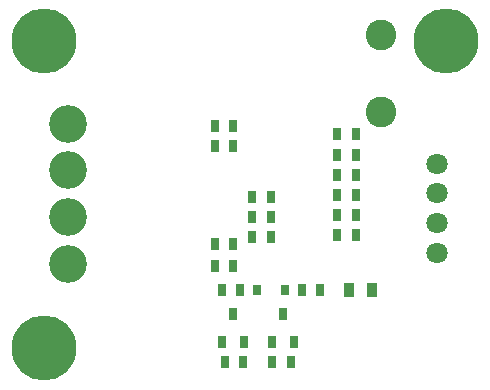
<source format=gbs>
G04 EasyPC Gerber Version 21.0.3 Build 4286 *
G04 #@! TF.Part,Single*
G04 #@! TF.FileFunction,Soldermask,Bot *
G04 #@! TF.FilePolarity,Negative *
%FSLAX34Y34*%
%MOMM*%
%ADD70R,0.65000X1.00000*%
%ADD77R,0.80000X0.90000*%
%ADD29R,0.80000X1.00000*%
G04 #@! TA.AperFunction,SMDPad*
%ADD104R,0.90000X1.30000*%
G04 #@! TA.AperFunction,ComponentPad*
%ADD124C,1.80000*%
%ADD125C,2.60000*%
%ADD123C,3.20000*%
G04 #@! TA.AperFunction,WasherPad*
%ADD120C,5.50000*%
X0Y0D02*
D02*
D70*
X174885Y100852D02*
D03*
Y118852D02*
D03*
Y201852D02*
D03*
Y218852D02*
D03*
X180885Y79852D02*
D03*
X183885Y18852D02*
D03*
X190385Y100852D02*
D03*
Y118852D02*
D03*
Y201852D02*
D03*
Y218852D02*
D03*
X196385Y79852D02*
D03*
X199385Y18852D02*
D03*
X206885Y124852D02*
D03*
Y141852D02*
D03*
Y158852D02*
D03*
X222385Y124852D02*
D03*
Y141852D02*
D03*
Y158852D02*
D03*
X223885Y18852D02*
D03*
X239385D02*
D03*
X248885Y79852D02*
D03*
X264385D02*
D03*
X278885Y126852D02*
D03*
Y143852D02*
D03*
Y160852D02*
D03*
Y177852D02*
D03*
Y194852D02*
D03*
Y211852D02*
D03*
X294385Y126852D02*
D03*
Y143852D02*
D03*
Y160852D02*
D03*
Y177852D02*
D03*
Y194852D02*
D03*
Y211852D02*
D03*
D02*
D29*
X181135Y35742D02*
D03*
X190635Y59742D02*
D03*
X200135Y35742D02*
D03*
X223135D02*
D03*
X232635Y59742D02*
D03*
X242135Y35742D02*
D03*
D02*
D77*
X211135Y79852D02*
D03*
X234135D02*
D03*
D02*
D104*
X288635D02*
D03*
X308635D02*
D03*
D02*
D120*
X30635Y30852D02*
D03*
Y290852D02*
D03*
X370635D02*
D03*
D02*
D123*
X50635Y102086D02*
D03*
Y141711D02*
D03*
Y181336D02*
D03*
Y220961D02*
D03*
D02*
D124*
X363635Y111852D02*
D03*
Y136852D02*
D03*
Y161852D02*
D03*
Y186852D02*
D03*
D02*
D125*
X315635Y230852D02*
D03*
Y295852D02*
D03*
X0Y0D02*
M02*

</source>
